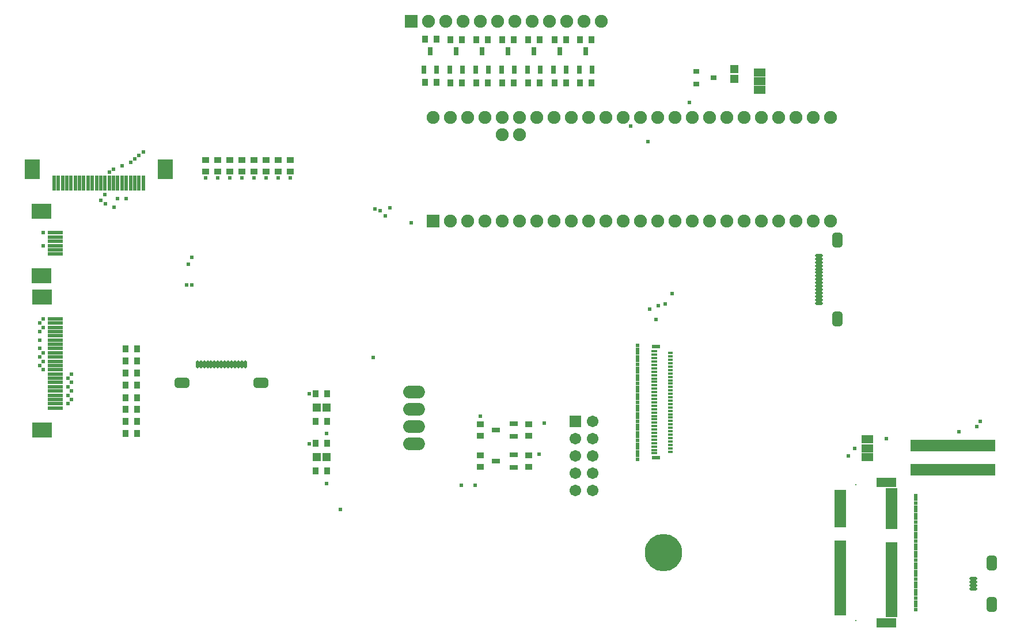
<source format=gts>
G04*
G04 #@! TF.GenerationSoftware,Altium Limited,Altium Designer,18.0.12 (696)*
G04*
G04 Layer_Color=8388736*
%FSLAX25Y25*%
%MOIN*%
G70*
G01*
G75*
%ADD37R,0.06706X0.04737*%
%ADD38R,0.04737X0.04737*%
%ADD39R,0.03635X0.01784*%
%ADD40R,0.03044X0.01784*%
%ADD41R,0.04540X0.02375*%
G04:AMPARAMS|DCode=42|XSize=47.37mil|YSize=19.81mil|CornerRadius=6.95mil|HoleSize=0mil|Usage=FLASHONLY|Rotation=180.000|XOffset=0mil|YOffset=0mil|HoleType=Round|Shape=RoundedRectangle|*
%AMROUNDEDRECTD42*
21,1,0.04737,0.00591,0,0,180.0*
21,1,0.03347,0.01981,0,0,180.0*
1,1,0.01391,-0.01673,0.00295*
1,1,0.01391,0.01673,0.00295*
1,1,0.01391,0.01673,-0.00295*
1,1,0.01391,-0.01673,-0.00295*
%
%ADD42ROUNDEDRECTD42*%
G04:AMPARAMS|DCode=43|XSize=59.18mil|YSize=86.74mil|CornerRadius=16.8mil|HoleSize=0mil|Usage=FLASHONLY|Rotation=180.000|XOffset=0mil|YOffset=0mil|HoleType=Round|Shape=RoundedRectangle|*
%AMROUNDEDRECTD43*
21,1,0.05918,0.05315,0,0,180.0*
21,1,0.02559,0.08674,0,0,180.0*
1,1,0.03359,-0.01280,0.02657*
1,1,0.03359,0.01280,0.02657*
1,1,0.03359,0.01280,-0.02657*
1,1,0.03359,-0.01280,-0.02657*
%
%ADD43ROUNDEDRECTD43*%
%ADD44R,0.03556X0.04343*%
%ADD45R,0.01981X0.07099*%
%ADD46R,0.11824X0.09068*%
%ADD47R,0.08674X0.02375*%
%ADD48R,0.09068X0.11824*%
%ADD49R,0.02375X0.08674*%
G04:AMPARAMS|DCode=50|XSize=59.18mil|YSize=86.74mil|CornerRadius=16.8mil|HoleSize=0mil|Usage=FLASHONLY|Rotation=90.000|XOffset=0mil|YOffset=0mil|HoleType=Round|Shape=RoundedRectangle|*
%AMROUNDEDRECTD50*
21,1,0.05918,0.05315,0,0,90.0*
21,1,0.02559,0.08674,0,0,90.0*
1,1,0.03359,0.02657,0.01280*
1,1,0.03359,0.02657,-0.01280*
1,1,0.03359,-0.02657,-0.01280*
1,1,0.03359,-0.02657,0.01280*
%
%ADD50ROUNDEDRECTD50*%
G04:AMPARAMS|DCode=51|XSize=47.37mil|YSize=19.81mil|CornerRadius=6.95mil|HoleSize=0mil|Usage=FLASHONLY|Rotation=90.000|XOffset=0mil|YOffset=0mil|HoleType=Round|Shape=RoundedRectangle|*
%AMROUNDEDRECTD51*
21,1,0.04737,0.00591,0,0,90.0*
21,1,0.03347,0.01981,0,0,90.0*
1,1,0.01391,0.00295,0.01673*
1,1,0.01391,0.00295,-0.01673*
1,1,0.01391,-0.00295,-0.01673*
1,1,0.01391,-0.00295,0.01673*
%
%ADD51ROUNDEDRECTD51*%
%ADD52R,0.04737X0.04737*%
%ADD53R,0.04934X0.03162*%
%ADD54R,0.04343X0.03556*%
%ADD55R,0.11627X0.05524*%
%ADD56R,0.06902X0.01981*%
%ADD57C,0.21666*%
%ADD58R,0.03162X0.04934*%
%ADD59R,0.03753X0.03162*%
%ADD60O,0.12611X0.07493*%
%ADD61R,0.07493X0.07493*%
%ADD62C,0.07493*%
%ADD63C,0.00800*%
%ADD64C,0.06706*%
%ADD65R,0.06706X0.06706*%
%ADD66C,0.02400*%
D37*
X678000Y115559D02*
D03*
Y105323D02*
D03*
Y110441D02*
D03*
X615529Y317882D02*
D03*
Y328118D02*
D03*
Y323000D02*
D03*
D38*
X601000Y324338D02*
D03*
Y330062D02*
D03*
D39*
X554531Y107457D02*
D03*
Y109425D02*
D03*
Y111394D02*
D03*
Y113362D02*
D03*
Y115331D02*
D03*
Y117299D02*
D03*
Y119268D02*
D03*
Y121236D02*
D03*
Y123205D02*
D03*
Y125173D02*
D03*
Y127142D02*
D03*
Y129110D02*
D03*
Y131079D02*
D03*
Y133047D02*
D03*
Y135016D02*
D03*
Y136984D02*
D03*
Y138953D02*
D03*
Y140921D02*
D03*
Y142890D02*
D03*
Y144858D02*
D03*
Y146827D02*
D03*
Y148795D02*
D03*
Y150764D02*
D03*
Y152732D02*
D03*
Y154701D02*
D03*
Y156669D02*
D03*
Y158638D02*
D03*
Y160606D02*
D03*
Y162575D02*
D03*
Y164543D02*
D03*
Y166512D02*
D03*
D40*
X564000Y108441D02*
D03*
Y110409D02*
D03*
Y112378D02*
D03*
Y114347D02*
D03*
Y116315D02*
D03*
Y118283D02*
D03*
Y120252D02*
D03*
Y122221D02*
D03*
Y124189D02*
D03*
Y126157D02*
D03*
Y128126D02*
D03*
Y130095D02*
D03*
Y132063D02*
D03*
Y134031D02*
D03*
Y136000D02*
D03*
Y137969D02*
D03*
Y139937D02*
D03*
Y141905D02*
D03*
Y143874D02*
D03*
Y145843D02*
D03*
Y147811D02*
D03*
Y149779D02*
D03*
Y151748D02*
D03*
Y153717D02*
D03*
Y155685D02*
D03*
Y157653D02*
D03*
Y159622D02*
D03*
Y161591D02*
D03*
Y163559D02*
D03*
Y165528D02*
D03*
D41*
X555575Y104819D02*
D03*
Y169150D02*
D03*
D42*
X739370Y29055D02*
D03*
Y31024D02*
D03*
Y32992D02*
D03*
Y34961D02*
D03*
X650000Y194409D02*
D03*
Y196378D02*
D03*
Y198346D02*
D03*
Y200315D02*
D03*
Y202284D02*
D03*
Y204252D02*
D03*
Y206221D02*
D03*
Y208189D02*
D03*
Y210157D02*
D03*
Y212126D02*
D03*
Y214094D02*
D03*
Y216063D02*
D03*
Y218032D02*
D03*
Y220000D02*
D03*
Y221969D02*
D03*
D43*
X750000Y20000D02*
D03*
Y44016D02*
D03*
X660630Y185354D02*
D03*
Y231024D02*
D03*
D44*
X511744Y347000D02*
D03*
X518256D02*
D03*
X496969D02*
D03*
X503480D02*
D03*
X481744D02*
D03*
X488256D02*
D03*
X466744D02*
D03*
X473256D02*
D03*
X451744D02*
D03*
X458256D02*
D03*
X422000Y347150D02*
D03*
X428512D02*
D03*
X365256Y97244D02*
D03*
X358744D02*
D03*
X365256Y113244D02*
D03*
X358744D02*
D03*
X365256Y142000D02*
D03*
X358744D02*
D03*
X365256Y126000D02*
D03*
X358744D02*
D03*
X255256Y168000D02*
D03*
X248744D02*
D03*
X255256Y161000D02*
D03*
X248744D02*
D03*
X255256Y154000D02*
D03*
X248744D02*
D03*
X255256Y147000D02*
D03*
X248744D02*
D03*
X255256Y139772D02*
D03*
X248744D02*
D03*
X255256Y133000D02*
D03*
X248744D02*
D03*
X255256Y126000D02*
D03*
X248744D02*
D03*
X255256Y119000D02*
D03*
X248744D02*
D03*
X518256Y322000D02*
D03*
X511744D02*
D03*
X503480D02*
D03*
X496969D02*
D03*
X488256D02*
D03*
X481744D02*
D03*
X473256D02*
D03*
X466744D02*
D03*
X458256D02*
D03*
X451744D02*
D03*
X443256D02*
D03*
X436744D02*
D03*
X428512Y322150D02*
D03*
X422000D02*
D03*
X443256Y347000D02*
D03*
X436744D02*
D03*
D45*
X703756Y97827D02*
D03*
Y112000D02*
D03*
X705724Y97827D02*
D03*
Y112000D02*
D03*
X707693Y97827D02*
D03*
Y112000D02*
D03*
X709661Y97827D02*
D03*
Y112000D02*
D03*
X711630Y97827D02*
D03*
Y112000D02*
D03*
X713598Y97827D02*
D03*
Y112000D02*
D03*
X715567Y97827D02*
D03*
Y112000D02*
D03*
X717535Y97827D02*
D03*
Y112000D02*
D03*
X719504Y97827D02*
D03*
Y112000D02*
D03*
X721472Y97827D02*
D03*
Y112000D02*
D03*
X723441Y97827D02*
D03*
Y112000D02*
D03*
X725410Y97827D02*
D03*
Y112000D02*
D03*
X727378Y97827D02*
D03*
Y112000D02*
D03*
X729347Y97827D02*
D03*
Y112000D02*
D03*
X731315Y97827D02*
D03*
Y112000D02*
D03*
X733284Y97827D02*
D03*
Y112000D02*
D03*
X735252Y97827D02*
D03*
Y112000D02*
D03*
X737220Y97827D02*
D03*
Y112000D02*
D03*
X739189Y97827D02*
D03*
Y112000D02*
D03*
X741157Y97827D02*
D03*
Y112000D02*
D03*
X743126Y97827D02*
D03*
Y112000D02*
D03*
X745094Y97827D02*
D03*
Y112000D02*
D03*
X747063Y97827D02*
D03*
Y112000D02*
D03*
X749031Y97827D02*
D03*
Y112000D02*
D03*
X751000Y97827D02*
D03*
Y112000D02*
D03*
D46*
X200063Y210252D02*
D03*
Y247748D02*
D03*
X200126Y121095D02*
D03*
Y197968D02*
D03*
D47*
X207937Y222850D02*
D03*
Y225311D02*
D03*
Y227772D02*
D03*
Y230228D02*
D03*
Y232689D02*
D03*
Y235150D02*
D03*
X208000Y153382D02*
D03*
Y155842D02*
D03*
Y158303D02*
D03*
Y160760D02*
D03*
Y163221D02*
D03*
Y165681D02*
D03*
Y173059D02*
D03*
Y170598D02*
D03*
Y168138D02*
D03*
Y180437D02*
D03*
Y177976D02*
D03*
Y175516D02*
D03*
Y182898D02*
D03*
Y185358D02*
D03*
Y150921D02*
D03*
Y143539D02*
D03*
Y146000D02*
D03*
Y148461D02*
D03*
Y136161D02*
D03*
Y138622D02*
D03*
Y141083D02*
D03*
Y133705D02*
D03*
D48*
X194563Y271937D02*
D03*
X271437D02*
D03*
D49*
X226850Y264063D02*
D03*
X229311D02*
D03*
X231772D02*
D03*
X234228D02*
D03*
X236689D02*
D03*
X239150D02*
D03*
X246528D02*
D03*
X244067D02*
D03*
X241606D02*
D03*
X253906D02*
D03*
X251445D02*
D03*
X248984D02*
D03*
X256366D02*
D03*
X258827D02*
D03*
X224390D02*
D03*
X217008D02*
D03*
X219468D02*
D03*
X221929D02*
D03*
X209630D02*
D03*
X212090D02*
D03*
X214551D02*
D03*
X207173D02*
D03*
D50*
X326803Y148370D02*
D03*
X281134D02*
D03*
D51*
X317748Y159000D02*
D03*
X315779D02*
D03*
X313811D02*
D03*
X311842D02*
D03*
X309874D02*
D03*
X307906D02*
D03*
X305937D02*
D03*
X303969D02*
D03*
X302000D02*
D03*
X300031D02*
D03*
X298063D02*
D03*
X296094D02*
D03*
X294126D02*
D03*
X292158D02*
D03*
X290189D02*
D03*
D52*
X359138Y105244D02*
D03*
X364862D02*
D03*
X359138Y134000D02*
D03*
X364862D02*
D03*
D53*
X473216Y99228D02*
D03*
Y106709D02*
D03*
X462783Y102969D02*
D03*
X473216Y117260D02*
D03*
Y124740D02*
D03*
X462783Y121000D02*
D03*
D54*
X454000Y106224D02*
D03*
Y99713D02*
D03*
Y124256D02*
D03*
Y117744D02*
D03*
X482000Y99713D02*
D03*
Y106224D02*
D03*
Y117744D02*
D03*
Y124256D02*
D03*
X344000Y277256D02*
D03*
Y270744D02*
D03*
X337000Y277256D02*
D03*
Y270744D02*
D03*
X330000Y277256D02*
D03*
Y270744D02*
D03*
X323000Y277256D02*
D03*
Y270744D02*
D03*
X316000Y277256D02*
D03*
Y270744D02*
D03*
X309000Y277256D02*
D03*
Y270744D02*
D03*
X302000Y277256D02*
D03*
Y270744D02*
D03*
X295000Y277256D02*
D03*
Y270744D02*
D03*
D55*
X688949Y90748D02*
D03*
Y9252D02*
D03*
D56*
X692000Y13583D02*
D03*
X662276Y14567D02*
D03*
X692000Y15551D02*
D03*
X662276Y16535D02*
D03*
X692000Y17520D02*
D03*
X662276Y18504D02*
D03*
X692000Y19488D02*
D03*
X662276Y20472D02*
D03*
X692000Y21457D02*
D03*
X662276Y22441D02*
D03*
X692000Y23425D02*
D03*
X662276Y24409D02*
D03*
X692000Y25394D02*
D03*
X662276Y26378D02*
D03*
X692000Y27362D02*
D03*
X662276Y28346D02*
D03*
X692000Y29331D02*
D03*
X662276Y30315D02*
D03*
X692000Y31299D02*
D03*
X662276Y32283D02*
D03*
X692000Y33268D02*
D03*
X662276Y34252D02*
D03*
X692000Y35236D02*
D03*
X662276Y36220D02*
D03*
X692000Y37205D02*
D03*
X662276Y38189D02*
D03*
X692000Y39173D02*
D03*
X662276Y40157D02*
D03*
X692000Y41142D02*
D03*
X662276Y42126D02*
D03*
X692000Y43110D02*
D03*
X662276Y44094D02*
D03*
X692000Y45079D02*
D03*
X662276Y46063D02*
D03*
X692000Y47047D02*
D03*
X662276Y48031D02*
D03*
X692000Y49016D02*
D03*
X662276Y50000D02*
D03*
X692000Y50984D02*
D03*
X662276Y51968D02*
D03*
X692000Y52953D02*
D03*
X662276Y53937D02*
D03*
X692000Y54921D02*
D03*
X662276Y55905D02*
D03*
X692000Y64764D02*
D03*
X662276Y65748D02*
D03*
X692000Y66732D02*
D03*
X662276Y67716D02*
D03*
X692000Y68701D02*
D03*
X662276Y69685D02*
D03*
X692000Y70669D02*
D03*
X662276Y71653D02*
D03*
X692000Y72638D02*
D03*
X662276Y73622D02*
D03*
X692000Y74606D02*
D03*
X662276Y75590D02*
D03*
X692000Y76575D02*
D03*
X662276Y77559D02*
D03*
X692000Y78543D02*
D03*
X662276Y79528D02*
D03*
X692000Y80512D02*
D03*
X662276Y81496D02*
D03*
X692000Y82480D02*
D03*
X662276Y83465D02*
D03*
X692000Y84449D02*
D03*
X662276Y85433D02*
D03*
X692000Y86417D02*
D03*
D57*
X560012Y50000D02*
D03*
D58*
X511260Y329784D02*
D03*
X518740D02*
D03*
X515000Y340216D02*
D03*
X496260Y329784D02*
D03*
X503740D02*
D03*
X500000Y340216D02*
D03*
X481260Y329784D02*
D03*
X488740D02*
D03*
X485000Y340216D02*
D03*
X466260Y329784D02*
D03*
X473740D02*
D03*
X470000Y340216D02*
D03*
X451260Y329784D02*
D03*
X458740D02*
D03*
X455000Y340216D02*
D03*
X436260Y329784D02*
D03*
X443740D02*
D03*
X440000Y340216D02*
D03*
X421260Y329784D02*
D03*
X428740D02*
D03*
X425000Y340216D02*
D03*
D59*
X589020Y325000D02*
D03*
X578980Y321260D02*
D03*
Y328740D02*
D03*
D60*
X415638Y143000D02*
D03*
Y123000D02*
D03*
Y133000D02*
D03*
Y113000D02*
D03*
D61*
X426417Y242112D02*
D03*
X413937Y357505D02*
D03*
D62*
X656417Y242112D02*
D03*
X646417D02*
D03*
X636417D02*
D03*
X626417D02*
D03*
X616417D02*
D03*
X606417D02*
D03*
X596417D02*
D03*
X586417D02*
D03*
X576417D02*
D03*
X566417D02*
D03*
X556417D02*
D03*
X546417D02*
D03*
X536417D02*
D03*
X526417D02*
D03*
X516417D02*
D03*
X506417D02*
D03*
X496417D02*
D03*
X486417D02*
D03*
X476417D02*
D03*
X466417D02*
D03*
X456417D02*
D03*
X446417D02*
D03*
X436417D02*
D03*
X656417Y302112D02*
D03*
X646417D02*
D03*
X636417D02*
D03*
X626417D02*
D03*
X616417D02*
D03*
X606417D02*
D03*
X596417D02*
D03*
X586417D02*
D03*
X576417D02*
D03*
X566417D02*
D03*
X556417D02*
D03*
X546417D02*
D03*
X536417D02*
D03*
X526417D02*
D03*
X516417D02*
D03*
X506417D02*
D03*
X496417D02*
D03*
X486417D02*
D03*
X476417D02*
D03*
X466417D02*
D03*
X456417D02*
D03*
X446417D02*
D03*
X436417D02*
D03*
X426417D02*
D03*
X466417Y292112D02*
D03*
X476417D02*
D03*
X523937Y357505D02*
D03*
X513937D02*
D03*
X503937D02*
D03*
X493937D02*
D03*
X483937D02*
D03*
X473937D02*
D03*
X463937D02*
D03*
X453937D02*
D03*
X443937D02*
D03*
X433937D02*
D03*
X423937D02*
D03*
D63*
X671232Y10630D02*
D03*
Y89370D02*
D03*
X560012Y50000D02*
D03*
D64*
X519000Y86000D02*
D03*
X509000D02*
D03*
X519000Y96000D02*
D03*
X509000D02*
D03*
X519000Y106000D02*
D03*
X509000D02*
D03*
X519000Y116000D02*
D03*
X509000D02*
D03*
X519000Y126000D02*
D03*
D65*
X509000D02*
D03*
D66*
X706000Y83000D02*
D03*
Y80800D02*
D03*
Y78600D02*
D03*
Y76400D02*
D03*
Y74200D02*
D03*
Y72000D02*
D03*
Y69800D02*
D03*
Y67600D02*
D03*
Y65400D02*
D03*
Y63200D02*
D03*
Y61000D02*
D03*
Y58800D02*
D03*
Y56600D02*
D03*
Y54400D02*
D03*
Y52200D02*
D03*
Y50000D02*
D03*
Y47800D02*
D03*
Y45600D02*
D03*
Y43400D02*
D03*
Y41200D02*
D03*
Y39000D02*
D03*
Y36800D02*
D03*
Y34600D02*
D03*
Y32400D02*
D03*
Y30200D02*
D03*
Y28000D02*
D03*
Y25800D02*
D03*
Y23600D02*
D03*
Y21400D02*
D03*
Y19200D02*
D03*
Y17000D02*
D03*
X545000Y169984D02*
D03*
Y167784D02*
D03*
Y165584D02*
D03*
Y163384D02*
D03*
Y161184D02*
D03*
Y158984D02*
D03*
Y156784D02*
D03*
Y154584D02*
D03*
Y152384D02*
D03*
Y150184D02*
D03*
Y147984D02*
D03*
Y145784D02*
D03*
Y143584D02*
D03*
Y141384D02*
D03*
Y139184D02*
D03*
Y103984D02*
D03*
Y106184D02*
D03*
Y108384D02*
D03*
Y110584D02*
D03*
Y112784D02*
D03*
Y114984D02*
D03*
Y117184D02*
D03*
Y119384D02*
D03*
Y121584D02*
D03*
Y123784D02*
D03*
Y125984D02*
D03*
Y128184D02*
D03*
Y130384D02*
D03*
Y132584D02*
D03*
Y134784D02*
D03*
Y136984D02*
D03*
X689000Y116000D02*
D03*
X731000Y120000D02*
D03*
X743126Y125874D02*
D03*
X741157Y122843D02*
D03*
X392000Y163000D02*
D03*
X236689Y257311D02*
D03*
X239150Y270150D02*
D03*
X241606Y272000D02*
D03*
X246528Y274000D02*
D03*
X251445Y276000D02*
D03*
X253906Y278000D02*
D03*
X256366Y280000D02*
D03*
X258827Y282000D02*
D03*
X198779Y163221D02*
D03*
X200760Y165681D02*
D03*
X198779Y168142D02*
D03*
Y173059D02*
D03*
Y177976D02*
D03*
X200760Y180437D02*
D03*
X198779Y182898D02*
D03*
X200760Y185358D02*
D03*
X234359Y254062D02*
D03*
X284000Y205000D02*
D03*
X242000Y250000D02*
D03*
X287000Y205000D02*
D03*
X285000Y217000D02*
D03*
X287000Y221000D02*
D03*
X355000Y113000D02*
D03*
Y142000D02*
D03*
X373000Y75000D02*
D03*
X215240Y136161D02*
D03*
X217220Y138622D02*
D03*
X215240Y141079D02*
D03*
X217220Y143539D02*
D03*
X215240Y146000D02*
D03*
X217220Y148461D02*
D03*
X215240Y150921D02*
D03*
X217220Y153382D02*
D03*
X200760Y155842D02*
D03*
X198779Y158303D02*
D03*
X200760Y160760D02*
D03*
X565000Y200000D02*
D03*
X396000Y248000D02*
D03*
X393000Y249000D02*
D03*
X399000Y245000D02*
D03*
X667000Y106000D02*
D03*
X414000Y241000D02*
D03*
X575000Y310694D02*
D03*
X541000Y297000D02*
D03*
X552000Y191000D02*
D03*
X557000Y193000D02*
D03*
X561000Y194000D02*
D03*
X555600Y185000D02*
D03*
X454000Y129000D02*
D03*
X670441Y110441D02*
D03*
X551000Y288000D02*
D03*
X488000Y107000D02*
D03*
X491000Y125000D02*
D03*
X401667Y249667D02*
D03*
X443000Y89000D02*
D03*
X451000D02*
D03*
X365000Y119000D02*
D03*
Y90000D02*
D03*
X200772Y235150D02*
D03*
Y227772D02*
D03*
X237000Y252000D02*
D03*
X244000Y255000D02*
D03*
X248984Y254984D02*
D03*
X295000Y267000D02*
D03*
X344000D02*
D03*
X337000D02*
D03*
X330000D02*
D03*
X323000D02*
D03*
X316000D02*
D03*
X309000D02*
D03*
X302000D02*
D03*
M02*

</source>
